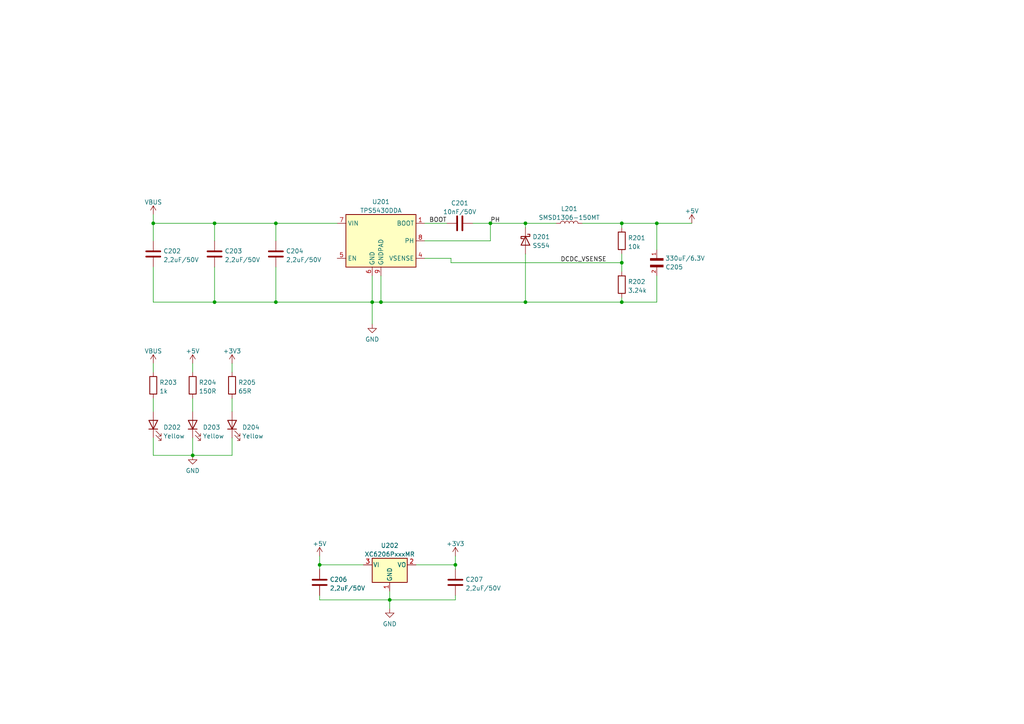
<source format=kicad_sch>
(kicad_sch (version 20211123) (generator eeschema)
  (paper "A4")
  (lib_symbols
    (symbol "Device:C" (pin_numbers hide) (pin_names (offset 0.254))
      (property "Reference" "C" (at 0.635 2.54 0))
      (property "Value" "C" (at 0.635 -2.54 0))
      (symbol "C_0_1"
        (polyline (pts (xy -2.032 -0.762) (xy 2.032 -0.762)) (stroke (width 0.508)))
        (polyline (pts (xy -2.032 0.762) (xy 2.032 0.762)) (stroke (width 0.508)))
      )
      (symbol "C_1_1"
        (pin passive line (at 0 3.81 270) (length 2.794) (name "~") (number "1"))
        (pin passive line (at 0 -3.81 90) (length 2.794) (name "~") (number "2"))
      )
    )
    (symbol "Device:D_Schottky" (pin_numbers hide) (pin_names (offset 1.016) hide)
      (property "Reference" "D" (at 0 2.54 0))
      (property "Value" "D_Schottky" (at 0 -2.54 0))
      (symbol "D_Schottky_0_1"
        (polyline (pts (xy 1.27 0) (xy -1.27 0)))
        (polyline (pts (xy 1.27 1.27) (xy 1.27 -1.27) (xy -1.27 0) (xy 1.27 1.27)) (stroke (width 0.254)))
        (polyline (pts (xy -1.905 0.635) (xy -1.905 1.27) (xy -1.27 1.27) (xy -1.27 -1.27) (xy -0.635 -1.27) (xy -0.635 -0.635)) (stroke (width 0.254)))
      )
      (symbol "D_Schottky_1_1"
        (pin passive line (at -3.81 0 0) (length 2.54) (name "K") (number "1"))
        (pin passive line (at 3.81 0 180) (length 2.54) (name "A") (number "2"))
      )
    )
    (symbol "Device:L" (pin_numbers hide) (pin_names (offset 1.016) hide)
      (property "Reference" "L" (at -1.27 0 90))
      (property "Value" "L" (at 1.905 0 90))
      (symbol "L_0_1"
        (arc (start 0 -2.54) (mid 0.635 -1.905) (end 0 -1.27))
        (arc (start 0 -1.27) (mid 0.635 -0.635) (end 0 0))
        (arc (start 0 0) (mid 0.635 0.635) (end 0 1.27))
        (arc (start 0 1.27) (mid 0.635 1.905) (end 0 2.54))
      )
      (symbol "L_1_1"
        (pin passive line (at 0 3.81 270) (length 1.27) (name "1") (number "1"))
        (pin passive line (at 0 -3.81 90) (length 1.27) (name "2") (number "2"))
      )
    )
    (symbol "Device:LED" (pin_numbers hide) (pin_names (offset 1.016) hide)
      (property "Reference" "D" (at 0 2.54 0))
      (property "Value" "LED" (at 0 -2.54 0))
      (symbol "LED_0_1"
        (polyline (pts (xy -1.27 -1.27) (xy -1.27 1.27)) (stroke (width 0.254)))
        (polyline (pts (xy -1.27 0) (xy 1.27 0)))
        (polyline (pts (xy 1.27 -1.27) (xy 1.27 1.27) (xy -1.27 0) (xy 1.27 -1.27)) (stroke (width 0.254)))
        (polyline (pts (xy -3.048 -0.762) (xy -4.572 -2.286) (xy -3.81 -2.286) (xy -4.572 -2.286) (xy -4.572 -1.524)))
        (polyline (pts (xy -1.778 -0.762) (xy -3.302 -2.286) (xy -2.54 -2.286) (xy -3.302 -2.286) (xy -3.302 -1.524)))
      )
      (symbol "LED_1_1"
        (pin passive line (at -3.81 0 0) (length 2.54) (name "K") (number "1"))
        (pin passive line (at 3.81 0 180) (length 2.54) (name "A") (number "2"))
      )
    )
    (symbol "Device:R" (pin_numbers hide) (pin_names (offset 0))
      (property "Reference" "R" (at 2.032 0 90))
      (property "Value" "R" (at 0 0 90))
      (symbol "R_0_1"
        (rectangle (start -1.016 -2.54) (end 1.016 2.54) (stroke (width 0.254)))
      )
      (symbol "R_1_1"
        (pin passive line (at 0 3.81 270) (length 1.27) (name "~") (number "1"))
        (pin passive line (at 0 -3.81 90) (length 1.27) (name "~") (number "2"))
      )
    )
    (symbol "Regulator_Linear:XC6206PxxxMR" (pin_names (offset 0.254))
      (property "Reference" "U" (at -3.81 3.175 0))
      (property "Value" "XC6206PxxxMR" (at 0 3.175 0))
      (symbol "XC6206PxxxMR_0_1"
        (rectangle (start -5.08 1.905) (end 5.08 -5.08) (stroke (width 0.254)) (fill (type background)))
      )
      (symbol "XC6206PxxxMR_1_1"
        (pin power_in line (at 0 -7.62 90) (length 2.54) (name "GND") (number "1"))
        (pin power_out line (at 7.62 0 180) (length 2.54) (name "VO") (number "2"))
        (pin power_in line (at -7.62 0 0) (length 2.54) (name "VI") (number "3"))
      )
    )
    (symbol "Regulator_Switching:TPS5430DDA"
      (property "Reference" "U" (at -10.16 8.89 0))
      (property "Value" "TPS5430DDA" (at -1.27 8.89 0))
      (symbol "TPS5430DDA_0_1"
        (rectangle (start -10.16 7.62) (end 10.16 -7.62) (stroke (width 0.254)) (fill (type background)))
      )
      (symbol "TPS5430DDA_1_1"
        (pin input line (at 12.7 5.08 180) (length 2.54) (name "BOOT") (number "1"))
        (pin no_connect line (at -10.16 2.54 0) (length 2.54) hide (name "NC") (number "2"))
        (pin no_connect line (at -10.16 -2.54 0) (length 2.54) hide (name "NC") (number "3"))
        (pin input line (at 12.7 -5.08 180) (length 2.54) (name "VSENSE") (number "4"))
        (pin input line (at -12.7 -5.08 0) (length 2.54) (name "EN") (number "5"))
        (pin power_in line (at -2.54 -10.16 90) (length 2.54) (name "GND") (number "6"))
        (pin power_in line (at -12.7 5.08 0) (length 2.54) (name "VIN") (number "7"))
        (pin output line (at 12.7 0 180) (length 2.54) (name "PH") (number "8"))
        (pin power_in line (at 0 -10.16 90) (length 2.54) (name "GNDPAD") (number "9"))
      )
    )
    (symbol "Skrooter_symbols:T520D337M006ATE025" (pin_names (offset 1.016))
      (property "Reference" "C" (at 0 3.8109 0))
      (property "Value" "T520D337M006ATE025" (at 0 -5.0885 0))
      (symbol "T520D337M006ATE025_0_0"
        (rectangle (start 0 -1.9069) (end 0.635 1.905) (stroke (width 0.1)) (fill (type outline)))
        (rectangle (start 1.9069 -1.9069) (end 2.54 1.905) (stroke (width 0.1)) (fill (type outline)))
        (pin passive line (at -2.54 0 0) (length 2.54) (name "~") (number "1"))
        (pin passive line (at 5.08 0 180) (length 2.54) (name "~") (number "2"))
      )
    )
    (symbol "power:+3V3" (power) (pin_names (offset 0))
      (property "Value" "+3V3" (at 0 3.556 0))
      (symbol "+3V3_0_1"
        (polyline (pts (xy -0.762 1.27) (xy 0 2.54)))
        (polyline (pts (xy 0 0) (xy 0 2.54)))
        (polyline (pts (xy 0 2.54) (xy 0.762 1.27)))
      )
      (symbol "+3V3_1_1"
        (pin power_in line (at 0 0 90) (length 0) hide (name "+3V3") (number "1"))
      )
    )
    (symbol "power:+5V" (power) (pin_names (offset 0))
      (property "Value" "+5V" (at 0 3.556 0))
      (symbol "+5V_0_1"
        (polyline (pts (xy -0.762 1.27) (xy 0 2.54)))
        (polyline (pts (xy 0 0) (xy 0 2.54)))
        (polyline (pts (xy 0 2.54) (xy 0.762 1.27)))
      )
      (symbol "+5V_1_1"
        (pin power_in line (at 0 0 90) (length 0) hide (name "+5V") (number "1"))
      )
    )
    (symbol "power:GND" (power) (pin_names (offset 0))
      (property "Value" "GND" (at 0 -3.81 0))
      (symbol "GND_0_1"
        (polyline (pts (xy 0 0) (xy 0 -1.27) (xy 1.27 -1.27) (xy 0 -2.54) (xy -1.27 -1.27) (xy 0 -1.27)))
      )
      (symbol "GND_1_1"
        (pin power_in line (at 0 0 270) (length 0) hide (name "GND") (number "1"))
      )
    )
    (symbol "power:VBUS" (power) (pin_names (offset 0))
      (property "Value" "VBUS" (at 0 3.81 0))
      (symbol "VBUS_0_1"
        (polyline (pts (xy -0.762 1.27) (xy 0 2.54)))
        (polyline (pts (xy 0 0) (xy 0 2.54)))
        (polyline (pts (xy 0 2.54) (xy 0.762 1.27)))
      )
      (symbol "VBUS_1_1"
        (pin power_in line (at 0 0 90) (length 0) hide (name "VBUS") (number "1"))
      )
    )
  )
  (junction (at 152.4 87.63))
  (junction (at 110.49 87.63))
  (junction (at 92.71 163.83))
  (junction (at 55.88 132.08))
  (junction (at 180.34 76.2))
  (junction (at 152.4 64.77))
  (junction (at 80.01 64.77))
  (junction (at 180.34 87.63))
  (junction (at 44.45 64.77))
  (junction (at 80.01 87.63))
  (junction (at 107.95 87.63))
  (junction (at 190.5 64.77))
  (junction (at 62.23 64.77))
  (junction (at 142.24 64.77))
  (junction (at 113.03 173.99))
  (junction (at 180.34 64.77))
  (junction (at 62.23 87.63))
  (junction (at 132.08 163.83))
  (wire (pts (xy 44.45 87.63) (xy 62.23 87.63)))
  (wire (pts (xy 110.49 87.63) (xy 152.4 87.63)))
  (wire (pts (xy 80.01 87.63) (xy 62.23 87.63)))
  (wire (pts (xy 107.95 93.98) (xy 107.95 87.63)))
  (wire (pts (xy 132.08 165.1) (xy 132.08 163.83)))
  (wire (pts (xy 152.4 64.77) (xy 161.29 64.77)))
  (wire (pts (xy 110.49 80.01) (xy 110.49 87.63)))
  (wire (pts (xy 107.95 80.01) (xy 107.95 87.63)))
  (wire (pts (xy 67.31 132.08) (xy 67.31 127)))
  (wire (pts (xy 180.34 73.66) (xy 180.34 76.2)))
  (wire (pts (xy 92.71 165.1) (xy 92.71 163.83)))
  (wire (pts (xy 180.34 76.2) (xy 180.34 78.74)))
  (wire (pts (xy 80.01 64.77) (xy 62.23 64.77)))
  (wire (pts (xy 130.81 76.2) (xy 180.34 76.2)))
  (wire (pts (xy 132.08 172.72) (xy 132.08 173.99)))
  (wire (pts (xy 113.03 173.99) (xy 132.08 173.99)))
  (wire (pts (xy 180.34 64.77) (xy 190.5 64.77)))
  (wire (pts (xy 142.24 64.77) (xy 152.4 64.77)))
  (wire (pts (xy 44.45 77.47) (xy 44.45 87.63)))
  (wire (pts (xy 113.03 171.45) (xy 113.03 173.99)))
  (wire (pts (xy 120.65 163.83) (xy 132.08 163.83)))
  (wire (pts (xy 190.5 64.77) (xy 190.5 72.39)))
  (wire (pts (xy 180.34 66.04) (xy 180.34 64.77)))
  (wire (pts (xy 92.71 161.29) (xy 92.71 163.83)))
  (wire (pts (xy 55.88 132.08) (xy 44.45 132.08)))
  (wire (pts (xy 44.45 132.08) (xy 44.45 127)))
  (wire (pts (xy 123.19 69.85) (xy 142.24 69.85)))
  (wire (pts (xy 44.45 105.41) (xy 44.45 107.95)))
  (wire (pts (xy 62.23 64.77) (xy 62.23 69.85)))
  (wire (pts (xy 97.79 64.77) (xy 80.01 64.77)))
  (wire (pts (xy 142.24 69.85) (xy 142.24 64.77)))
  (wire (pts (xy 80.01 87.63) (xy 107.95 87.63)))
  (wire (pts (xy 44.45 64.77) (xy 44.45 69.85)))
  (wire (pts (xy 55.88 105.41) (xy 55.88 107.95)))
  (wire (pts (xy 55.88 132.08) (xy 67.31 132.08)))
  (wire (pts (xy 62.23 64.77) (xy 44.45 64.77)))
  (wire (pts (xy 123.19 64.77) (xy 129.54 64.77)))
  (wire (pts (xy 80.01 64.77) (xy 80.01 69.85)))
  (wire (pts (xy 152.4 64.77) (xy 152.4 66.04)))
  (wire (pts (xy 92.71 172.72) (xy 92.71 173.99)))
  (wire (pts (xy 137.16 64.77) (xy 142.24 64.77)))
  (wire (pts (xy 113.03 176.53) (xy 113.03 173.99)))
  (wire (pts (xy 80.01 77.47) (xy 80.01 87.63)))
  (wire (pts (xy 130.81 74.93) (xy 130.81 76.2)))
  (wire (pts (xy 67.31 105.41) (xy 67.31 107.95)))
  (wire (pts (xy 55.88 115.57) (xy 55.88 119.38)))
  (wire (pts (xy 190.5 64.77) (xy 200.66 64.77)))
  (wire (pts (xy 190.5 80.01) (xy 190.5 87.63)))
  (wire (pts (xy 110.49 87.63) (xy 107.95 87.63)))
  (wire (pts (xy 92.71 173.99) (xy 113.03 173.99)))
  (wire (pts (xy 132.08 163.83) (xy 132.08 161.29)))
  (wire (pts (xy 92.71 163.83) (xy 105.41 163.83)))
  (wire (pts (xy 55.88 127) (xy 55.88 132.08)))
  (wire (pts (xy 67.31 115.57) (xy 67.31 119.38)))
  (wire (pts (xy 152.4 87.63) (xy 180.34 87.63)))
  (wire (pts (xy 190.5 87.63) (xy 180.34 87.63)))
  (wire (pts (xy 152.4 73.66) (xy 152.4 87.63)))
  (wire (pts (xy 168.91 64.77) (xy 180.34 64.77)))
  (wire (pts (xy 123.19 74.93) (xy 130.81 74.93)))
  (wire (pts (xy 44.45 115.57) (xy 44.45 119.38)))
  (wire (pts (xy 180.34 86.36) (xy 180.34 87.63)))
  (wire (pts (xy 62.23 87.63) (xy 62.23 77.47)))
  (wire (pts (xy 44.45 62.23) (xy 44.45 64.77)))
  (label "PH" (at 142.24 64.77 0))
  (label "BOOT" (at 124.46 64.77 0))
  (label "DCDC_VSENSE" (at 162.56 76.2 0))
  (symbol (lib_id "Skrooter_symbols:T520D337M006ATE025") (at 190.5 74.93 90) (mirror x) (unit 1)
    (property "Reference" "C205" (at 198.12 77.47 90) (effects (justify left)))
    (property "Value" "330uF/6.3V" (at 204.47 74.93 90) (effects (justify left)))
    (property "Footprint" "CAPPM7343X310N" (effects hide))
    (property "Datasheet" "https://datasheet.lcsc.com/lcsc/1811132013_Kyocera-AVX-TAJD337K010RNJ_C7226.pdf" (effects hide))
    (property "LCSC" "C116745" (effects hide))
    (property "Realname" "T520D337M006ATE025" (effects hide))
  )
  (symbol (lib_id "power:GND") (at 55.88 132.08 0) (unit 1)
    (property "Reference" "#PWR0207" (effects hide))
    (property "Value" "GND" (at 55.88 136.5234 0))
  )
  (symbol (lib_id "Device:LED") (at 67.31 123.19 90) (unit 1)
    (property "Reference" "D204" (at 70.231 123.9428 90) (effects (justify right)))
    (property "Value" "Yellow" (at 70.231 126.4797 90) (effects (justify right)))
    (property "Footprint" "LED_SMD:LED_0603_1608Metric" (effects hide))
  )
  (symbol (lib_id "power:+5V") (at 92.71 161.29 0) (unit 1)
    (property "Reference" "#PWR0208" (effects hide))
    (property "Value" "+5V" (at 92.71 157.7142 0))
  )
  (symbol (lib_id "Device:R") (at 180.34 69.85 0) (unit 1)
    (property "Reference" "R201" (at 182.118 69.0153 0) (effects (justify left)))
    (property "Value" "10k" (at 182.118 71.5522 0) (effects (justify left)))
    (property "Footprint" "Resistor_SMD:R_0402_1005Metric" (effects hide))
    (property "LCSC" "C25744" (effects hide))
  )
  (symbol (lib_id "power:VBUS") (at 44.45 105.41 0) (unit 1)
    (property "Reference" "#PWR0204" (effects hide))
    (property "Value" "VBUS" (at 44.45 101.8342 0))
  )
  (symbol (lib_id "Regulator_Switching:TPS5430DDA") (at 110.49 69.85 0) (unit 1)
    (property "Reference" "U201" (at 110.49 58.5302 0))
    (property "Value" "TPS5430DDA" (at 110.49 61.0671 0))
    (property "Footprint" "Package_SO:TI_SO-PowerPAD-8_ThermalVias" (effects hide))
    (property "Datasheet" "http://www.ti.com/lit/ds/symlink/tps5430.pdf" (effects hide))
    (property "LCSC" "C9864" (effects hide))
  )
  (symbol (lib_id "Device:R") (at 44.45 111.76 0) (mirror y) (unit 1)
    (property "Reference" "R203" (at 46.228 110.9253 0) (effects (justify right)))
    (property "Value" "1k" (at 46.228 113.4622 0) (effects (justify right)))
    (property "Footprint" "Resistor_SMD:R_0402_1005Metric" (effects hide))
    (property "LCSC" "C11702" (effects hide))
  )
  (symbol (lib_id "power:GND") (at 113.03 176.53 0) (unit 1)
    (property "Reference" "#PWR0210" (effects hide))
    (property "Value" "GND" (at 113.03 180.9734 0))
  )
  (symbol (lib_id "Device:R") (at 180.34 82.55 0) (unit 1)
    (property "Reference" "R202" (at 182.118 81.7153 0) (effects (justify left)))
    (property "Value" "3.24k" (at 182.118 84.2522 0) (effects (justify left)))
    (property "Footprint" "Resistor_SMD:R_0402_1005Metric" (effects hide))
    (property "LCSC" "C25890" (effects hide))
  )
  (symbol (lib_id "Device:C") (at 44.45 73.66 0) (mirror y) (unit 1)
    (property "Reference" "C202" (at 47.371 72.8253 0) (effects (justify right)))
    (property "Value" "2,2uF/50V" (at 47.371 75.3622 0) (effects (justify right)))
    (property "Footprint" "Capacitor_SMD:C_0805_2012Metric" (effects hide))
    (property "LCSC" "C49217" (effects hide))
  )
  (symbol (lib_id "power:+3V3") (at 132.08 161.29 0) (unit 1)
    (property "Reference" "#PWR0209" (effects hide))
    (property "Value" "+3V3" (at 132.08 157.7142 0))
  )
  (symbol (lib_id "Device:L") (at 165.1 64.77 90) (unit 1)
    (property "Reference" "L201" (at 165.1 60.5622 90))
    (property "Value" "SMSD1306-150MT" (at 165.1 63.0991 90))
    (property "Footprint" "Inductor_SMD:L_Bourns_SDR1806" (effects hide))
    (property "Datasheet" "https://datasheet.lcsc.com/lcsc/2108131530_SXN-Shun-Xiang-Nuo-Elec-SMSD1306-150MT_C33624.pdf" (effects hide))
    (property "LCSC" "C33624" (effects hide))
  )
  (symbol (lib_id "power:+3V3") (at 67.31 105.41 0) (unit 1)
    (property "Reference" "#PWR0206" (effects hide))
    (property "Value" "+3V3" (at 67.31 101.8342 0))
  )
  (symbol (lib_id "Device:C") (at 80.01 73.66 0) (mirror y) (unit 1)
    (property "Reference" "C204" (at 82.931 72.8253 0) (effects (justify right)))
    (property "Value" "2,2uF/50V" (at 82.931 75.3622 0) (effects (justify right)))
    (property "Footprint" "Capacitor_SMD:C_0805_2012Metric" (effects hide))
    (property "LCSC" "C49217" (effects hide))
  )
  (symbol (lib_id "power:GND") (at 107.95 93.98 0) (unit 1)
    (property "Reference" "#PWR0203" (effects hide))
    (property "Value" "GND" (at 107.95 98.4234 0))
  )
  (symbol (lib_id "power:+5V") (at 55.88 105.41 0) (unit 1)
    (property "Reference" "#PWR0205" (effects hide))
    (property "Value" "+5V" (at 55.88 101.8342 0))
  )
  (symbol (lib_id "power:VBUS") (at 44.45 62.23 0) (unit 1)
    (property "Reference" "#PWR0201" (effects hide))
    (property "Value" "VBUS" (at 44.45 58.6542 0))
  )
  (symbol (lib_id "Device:C") (at 92.71 168.91 0) (mirror y) (unit 1)
    (property "Reference" "C206" (at 95.631 168.0753 0) (effects (justify right)))
    (property "Value" "2,2uF/50V" (at 95.631 170.6122 0) (effects (justify right)))
    (property "Footprint" "Capacitor_SMD:C_0805_2012Metric" (effects hide))
    (property "LCSC" "C49217" (effects hide))
  )
  (symbol (lib_id "Device:LED") (at 55.88 123.19 90) (unit 1)
    (property "Reference" "D203" (at 58.801 123.9428 90) (effects (justify right)))
    (property "Value" "Yellow" (at 58.801 126.4797 90) (effects (justify right)))
    (property "Footprint" "LED_SMD:LED_0603_1608Metric" (effects hide))
  )
  (symbol (lib_id "Device:LED") (at 44.45 123.19 90) (unit 1)
    (property "Reference" "D202" (at 47.371 123.9428 90) (effects (justify right)))
    (property "Value" "Yellow" (at 47.371 126.4797 90) (effects (justify right)))
    (property "Footprint" "LED_SMD:LED_0603_1608Metric" (effects hide))
  )
  (symbol (lib_id "Device:C") (at 62.23 73.66 0) (mirror y) (unit 1)
    (property "Reference" "C203" (at 65.151 72.8253 0) (effects (justify right)))
    (property "Value" "2,2uF/50V" (at 65.151 75.3622 0) (effects (justify right)))
    (property "Footprint" "Capacitor_SMD:C_0805_2012Metric" (effects hide))
    (property "LCSC" "C49217" (effects hide))
  )
  (symbol (lib_id "Device:R") (at 67.31 111.76 0) (unit 1)
    (property "Reference" "R205" (at 69.088 110.9253 0) (effects (justify left)))
    (property "Value" "65R" (at 69.088 113.4622 0) (effects (justify left)))
    (property "Footprint" "Resistor_SMD:R_0603_1608Metric" (effects hide))
    (property "LCSC" "C27592" (effects hide))
  )
  (symbol (lib_id "Device:C") (at 132.08 168.91 0) (mirror y) (unit 1)
    (property "Reference" "C207" (at 135.001 168.0753 0) (effects (justify right)))
    (property "Value" "2,2uF/50V" (at 135.001 170.6122 0) (effects (justify right)))
    (property "Footprint" "Capacitor_SMD:C_0805_2012Metric" (effects hide))
    (property "LCSC" "C49217" (effects hide))
  )
  (symbol (lib_id "Device:D_Schottky") (at 152.4 69.85 270) (unit 1)
    (property "Reference" "D201" (at 154.432 68.6978 90) (effects (justify left)))
    (property "Value" "SS54" (at 154.432 71.2347 90) (effects (justify left)))
    (property "Footprint" "Diode_SMD:D_SMA" (effects hide))
    (property "Datasheet" "https://datasheet.lcsc.com/lcsc/1810192041_MDD-Microdiode-Electronics--SS54_C22452.pdf" (effects hide))
    (property "LCSC" "C22452" (effects hide))
  )
  (symbol (lib_id "Regulator_Linear:XC6206PxxxMR") (at 113.03 163.83 0) (unit 1)
    (property "Reference" "U202" (at 113.03 158.2252 0))
    (property "Value" "XC6206PxxxMR" (at 113.03 160.7621 0))
    (property "Footprint" "Package_TO_SOT_SMD:SOT-23-3" (effects hide))
    (property "Datasheet" "https://www.torexsemi.com/file/xc6206/XC6206.pdf" (effects hide))
    (property "LCSC" "C5446" (effects hide))
  )
  (symbol (lib_id "power:+5V") (at 200.66 64.77 0) (unit 1)
    (property "Reference" "#PWR0202" (effects hide))
    (property "Value" "+5V" (at 200.66 61.1942 0))
  )
  (symbol (lib_id "Device:C") (at 133.35 64.77 90) (unit 1)
    (property "Reference" "C201" (at 133.35 58.9112 90))
    (property "Value" "10nF/50V" (at 133.35 61.4481 90))
    (property "Footprint" "Capacitor_SMD:C_0402_1005Metric" (effects hide))
    (property "LCSC" "C15195" (effects hide))
  )
  (symbol (lib_id "Device:R") (at 55.88 111.76 0) (unit 1)
    (property "Reference" "R204" (at 57.658 110.9253 0) (effects (justify left)))
    (property "Value" "150R" (at 57.658 113.4622 0) (effects (justify left)))
    (property "Footprint" "Resistor_SMD:R_0402_1005Metric" (effects hide))
    (property "LCSC" "C25082" (effects hide))
  )
)
</source>
